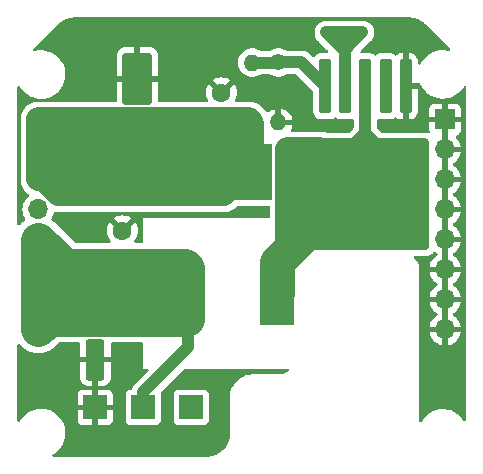
<source format=gbr>
%TF.GenerationSoftware,KiCad,Pcbnew,7.0.11*%
%TF.CreationDate,2025-01-20T01:33:53+09:00*%
%TF.ProjectId,VoltageBooster,566f6c74-6167-4654-926f-6f737465722e,rev?*%
%TF.SameCoordinates,Original*%
%TF.FileFunction,Copper,L1,Top*%
%TF.FilePolarity,Positive*%
%FSLAX46Y46*%
G04 Gerber Fmt 4.6, Leading zero omitted, Abs format (unit mm)*
G04 Created by KiCad (PCBNEW 7.0.11) date 2025-01-20 01:33:53*
%MOMM*%
%LPD*%
G01*
G04 APERTURE LIST*
G04 Aperture macros list*
%AMRoundRect*
0 Rectangle with rounded corners*
0 $1 Rounding radius*
0 $2 $3 $4 $5 $6 $7 $8 $9 X,Y pos of 4 corners*
0 Add a 4 corners polygon primitive as box body*
4,1,4,$2,$3,$4,$5,$6,$7,$8,$9,$2,$3,0*
0 Add four circle primitives for the rounded corners*
1,1,$1+$1,$2,$3*
1,1,$1+$1,$4,$5*
1,1,$1+$1,$6,$7*
1,1,$1+$1,$8,$9*
0 Add four rect primitives between the rounded corners*
20,1,$1+$1,$2,$3,$4,$5,0*
20,1,$1+$1,$4,$5,$6,$7,0*
20,1,$1+$1,$6,$7,$8,$9,0*
20,1,$1+$1,$8,$9,$2,$3,0*%
G04 Aperture macros list end*
%TA.AperFunction,SMDPad,CuDef*%
%ADD10RoundRect,0.250000X-0.550000X1.500000X-0.550000X-1.500000X0.550000X-1.500000X0.550000X1.500000X0*%
%TD*%
%TA.AperFunction,SMDPad,CuDef*%
%ADD11R,2.000000X2.000000*%
%TD*%
%TA.AperFunction,SMDPad,CuDef*%
%ADD12R,4.500000X4.700000*%
%TD*%
%TA.AperFunction,SMDPad,CuDef*%
%ADD13RoundRect,0.175000X0.325000X0.175000X-0.325000X0.175000X-0.325000X-0.175000X0.325000X-0.175000X0*%
%TD*%
%TA.AperFunction,SMDPad,CuDef*%
%ADD14RoundRect,0.162500X0.437500X0.162500X-0.437500X0.162500X-0.437500X-0.162500X0.437500X-0.162500X0*%
%TD*%
%TA.AperFunction,SMDPad,CuDef*%
%ADD15R,2.900000X5.400000*%
%TD*%
%TA.AperFunction,ComponentPad*%
%ADD16C,1.400000*%
%TD*%
%TA.AperFunction,ComponentPad*%
%ADD17O,1.400000X1.400000*%
%TD*%
%TA.AperFunction,SMDPad,CuDef*%
%ADD18RoundRect,0.250000X1.000000X-1.950000X1.000000X1.950000X-1.000000X1.950000X-1.000000X-1.950000X0*%
%TD*%
%TA.AperFunction,SMDPad,CuDef*%
%ADD19RoundRect,0.250000X-0.300000X2.050000X-0.300000X-2.050000X0.300000X-2.050000X0.300000X2.050000X0*%
%TD*%
%TA.AperFunction,SMDPad,CuDef*%
%ADD20RoundRect,0.250000X-2.375000X2.025000X-2.375000X-2.025000X2.375000X-2.025000X2.375000X2.025000X0*%
%TD*%
%TA.AperFunction,SMDPad,CuDef*%
%ADD21RoundRect,0.250002X-5.149998X4.449998X-5.149998X-4.449998X5.149998X-4.449998X5.149998X4.449998X0*%
%TD*%
%TA.AperFunction,ComponentPad*%
%ADD22R,1.700000X1.700000*%
%TD*%
%TA.AperFunction,ComponentPad*%
%ADD23O,1.700000X1.700000*%
%TD*%
%TA.AperFunction,ComponentPad*%
%ADD24C,1.600000*%
%TD*%
%TA.AperFunction,ViaPad*%
%ADD25C,0.800000*%
%TD*%
%TA.AperFunction,Conductor*%
%ADD26C,1.000000*%
%TD*%
%TA.AperFunction,Conductor*%
%ADD27C,3.000000*%
%TD*%
%TA.AperFunction,Conductor*%
%ADD28C,2.000000*%
%TD*%
G04 APERTURE END LIST*
D10*
%TO.P,C1,1*%
%TO.N,+12V*%
X139954000Y-104896000D03*
%TO.P,C1,2*%
%TO.N,GND*%
X139954000Y-110496000D03*
%TD*%
D11*
%TO.P,REF\u002A\u002A,1*%
%TO.N,+12V*%
X144018000Y-114554000D03*
%TD*%
D12*
%TO.P,D1,1,K*%
%TO.N,+48V*%
X152710000Y-94615000D03*
D13*
X150460000Y-96610000D03*
X150460000Y-95280000D03*
X150460000Y-93950000D03*
X150460000Y-92620000D03*
D14*
%TO.P,D1,2,A*%
%TO.N,Net-(D1-A)*%
X156210000Y-96520000D03*
X156210000Y-95250000D03*
X156210000Y-93980000D03*
X156210000Y-92710000D03*
%TD*%
D15*
%TO.P,L1,1,1*%
%TO.N,+12V*%
X145418000Y-104902000D03*
%TO.P,L1,2,2*%
%TO.N,Net-(D1-A)*%
X155318000Y-104902000D03*
%TD*%
D16*
%TO.P,R2,1*%
%TO.N,Net-(VR1-FB)*%
X155448000Y-85344000D03*
D17*
%TO.P,R2,2*%
%TO.N,GND*%
X155448000Y-90424000D03*
%TD*%
D18*
%TO.P,C4,1*%
%TO.N,+48V*%
X143510000Y-95132000D03*
%TO.P,C4,2*%
%TO.N,GND*%
X143510000Y-86732000D03*
%TD*%
D19*
%TO.P,VR1,1,GND*%
%TO.N,GND*%
X166214000Y-87370000D03*
%TO.P,VR1,2,EN*%
%TO.N,unconnected-(VR1-EN-Pad2)*%
X164514000Y-87370000D03*
%TO.P,VR1,3,SW*%
%TO.N,Net-(D1-A)*%
X162814000Y-87370000D03*
D20*
X165589000Y-94095000D03*
X160039000Y-94095000D03*
D21*
X162814000Y-96520000D03*
D20*
X165589000Y-98945000D03*
X160039000Y-98945000D03*
D19*
%TO.P,VR1,4,VIN*%
%TO.N,+12V*%
X161114000Y-87370000D03*
%TO.P,VR1,5,FB*%
%TO.N,Net-(VR1-FB)*%
X159414000Y-87370000D03*
%TD*%
D22*
%TO.P,J2,1,Pin_1*%
%TO.N,+12V*%
X135128000Y-107950000D03*
D23*
%TO.P,J2,2,Pin_2*%
X135128000Y-105410000D03*
%TO.P,J2,3,Pin_3*%
X135128000Y-102870000D03*
%TO.P,J2,4,Pin_4*%
X135128000Y-100330000D03*
%TO.P,J2,5,Pin_5*%
%TO.N,unconnected-(J2-Pin_5-Pad5)*%
X135128000Y-97790000D03*
%TO.P,J2,6,Pin_6*%
%TO.N,+48V*%
X135128000Y-95250000D03*
%TO.P,J2,7,Pin_7*%
X135128000Y-92710000D03*
%TO.P,J2,8,Pin_8*%
X135128000Y-90170000D03*
%TD*%
D24*
%TO.P,C3,1*%
%TO.N,+48V*%
X150622000Y-90404000D03*
%TO.P,C3,2*%
%TO.N,GND*%
X150622000Y-87904000D03*
%TD*%
D11*
%TO.P,REF\u002A\u002A,1*%
%TO.N,+48V*%
X148082000Y-114554000D03*
%TD*%
D22*
%TO.P,J1,1,Pin_1*%
%TO.N,GND*%
X169570000Y-90170000D03*
D23*
%TO.P,J1,2,Pin_2*%
X169570000Y-92710000D03*
%TO.P,J1,3,Pin_3*%
X169570000Y-95250000D03*
%TO.P,J1,4,Pin_4*%
X169570000Y-97790000D03*
%TO.P,J1,5,Pin_5*%
X169570000Y-100330000D03*
%TO.P,J1,6,Pin_6*%
X169570000Y-102870000D03*
%TO.P,J1,7,Pin_7*%
X169570000Y-105410000D03*
%TO.P,J1,8,Pin_8*%
X169570000Y-107950000D03*
%TD*%
D24*
%TO.P,C2,1*%
%TO.N,+12V*%
X142240000Y-102088000D03*
%TO.P,C2,2*%
%TO.N,GND*%
X142240000Y-99588000D03*
%TD*%
D16*
%TO.P,R1,1*%
%TO.N,+48V*%
X153238000Y-90429000D03*
D17*
%TO.P,R1,2*%
%TO.N,Net-(VR1-FB)*%
X153238000Y-85349000D03*
%TD*%
D11*
%TO.P,REF\u002A\u002A,1*%
%TO.N,GND*%
X139954000Y-114554000D03*
%TD*%
D25*
%TO.N,+12V*%
X161074000Y-82804000D03*
X147828000Y-107188000D03*
X147828000Y-103886000D03*
X162560000Y-82804000D03*
X159512000Y-82804000D03*
X147828000Y-102362000D03*
X147828000Y-105410000D03*
%TO.N,GND*%
X137970000Y-82930000D03*
X143530000Y-83230000D03*
X167900000Y-109260000D03*
X167770000Y-102190000D03*
X137200000Y-98610000D03*
X170670000Y-110020000D03*
X138040000Y-118030000D03*
X140180000Y-99430000D03*
X170760000Y-114310000D03*
X167560000Y-90700000D03*
X153210000Y-87810000D03*
X161130000Y-90730000D03*
X164230000Y-84090000D03*
X141986000Y-112522000D03*
X141900000Y-109590000D03*
X167790000Y-88670000D03*
X169310000Y-111980000D03*
X138030000Y-109690000D03*
X164440000Y-90710000D03*
X167890000Y-114290000D03*
X170860000Y-88460000D03*
X157260000Y-90440000D03*
X137710000Y-88100000D03*
X140890000Y-86760000D03*
X145780000Y-88030000D03*
X157820000Y-87990000D03*
X168630000Y-83710000D03*
X148990000Y-82210000D03*
X164460000Y-82140000D03*
X133940000Y-110310000D03*
X151340000Y-86000000D03*
X155420000Y-87820000D03*
%TO.N,+48V*%
X148110000Y-114570000D03*
%TD*%
D26*
%TO.N,+12V*%
X144018000Y-113284000D02*
X147828000Y-109474000D01*
D27*
X147686000Y-107046000D02*
X136032000Y-107046000D01*
X135128000Y-102870000D02*
X135128000Y-107950000D01*
D26*
X161798000Y-83566000D02*
X162560000Y-82804000D01*
D27*
X137922000Y-104902000D02*
X145418000Y-104902000D01*
D26*
X160274000Y-83566000D02*
X161798000Y-83566000D01*
X159512000Y-82804000D02*
X161114000Y-84406000D01*
X159512000Y-82804000D02*
X160274000Y-83566000D01*
D27*
X137668000Y-105156000D02*
X137922000Y-104902000D01*
X137384000Y-102596000D02*
X147554000Y-102596000D01*
D26*
X161114000Y-84250000D02*
X161798000Y-83566000D01*
X159512000Y-82804000D02*
X162560000Y-82804000D01*
X147828000Y-109474000D02*
X147828000Y-107188000D01*
D27*
X135128000Y-102870000D02*
X137414000Y-105156000D01*
X135128000Y-102870000D02*
X135128000Y-100340000D01*
X135128000Y-100340000D02*
X137384000Y-102596000D01*
X136032000Y-107046000D02*
X135128000Y-107950000D01*
D26*
X161114000Y-87370000D02*
X161114000Y-84250000D01*
D27*
X137414000Y-105156000D02*
X137668000Y-105156000D01*
D26*
X144018000Y-114554000D02*
X144018000Y-113284000D01*
X161114000Y-84406000D02*
X161114000Y-87370000D01*
D27*
X147686000Y-102728000D02*
X147686000Y-107046000D01*
X147554000Y-102596000D02*
X147686000Y-102728000D01*
D28*
%TO.N,+48V*%
X151638000Y-91694000D02*
X151638000Y-93543000D01*
X150805000Y-96520000D02*
X152710000Y-94615000D01*
X136144000Y-91694000D02*
X151638000Y-91694000D01*
D26*
X150647000Y-90429000D02*
X150622000Y-90404000D01*
D28*
X135128000Y-93980000D02*
X135763000Y-94615000D01*
X135128000Y-92710000D02*
X136144000Y-91694000D01*
X135128000Y-90170000D02*
X152979000Y-90170000D01*
X135128000Y-95250000D02*
X137758000Y-92620000D01*
X151638000Y-93543000D02*
X152710000Y-94615000D01*
X135763000Y-94615000D02*
X152710000Y-94615000D01*
X152710000Y-94615000D02*
X153238000Y-94087000D01*
X137758000Y-92620000D02*
X150460000Y-92620000D01*
X153238000Y-94087000D02*
X153238000Y-90429000D01*
X136757138Y-96520000D02*
X150805000Y-96520000D01*
D26*
X153238000Y-90429000D02*
X150647000Y-90429000D01*
D28*
X135128000Y-95250000D02*
X135487138Y-95250000D01*
D26*
X150460000Y-96610000D02*
X150460000Y-90566000D01*
D28*
X152979000Y-90170000D02*
X153238000Y-90429000D01*
D26*
X150460000Y-90566000D02*
X150622000Y-90404000D01*
D28*
X135487138Y-95250000D02*
X136757138Y-96520000D01*
X135128000Y-95250000D02*
X135128000Y-93980000D01*
X135128000Y-93980000D02*
X135128000Y-90170000D01*
%TO.N,Net-(D1-A)*%
X157226000Y-92710000D02*
X159004000Y-92710000D01*
X156210000Y-92710000D02*
X157226000Y-92710000D01*
D26*
X162814000Y-91320000D02*
X160039000Y-94095000D01*
D28*
X157480000Y-97028000D02*
X156210000Y-98298000D01*
D27*
X156406119Y-101149886D02*
X156406139Y-101149856D01*
X156406139Y-101149856D02*
X158610995Y-98945000D01*
D28*
X157226000Y-92710000D02*
X157480000Y-92964000D01*
D27*
X158610995Y-98945000D02*
X160039000Y-98945000D01*
X155318000Y-102238005D02*
X156406119Y-101149886D01*
D28*
X156210000Y-100953717D02*
X156406139Y-101149856D01*
X157480000Y-92964000D02*
X157480000Y-97028000D01*
D26*
X162814000Y-91320000D02*
X165589000Y-94095000D01*
D28*
X156210000Y-101346005D02*
X155318000Y-102238005D01*
D26*
X162814000Y-87370000D02*
X162814000Y-91320000D01*
D28*
X156210000Y-96520000D02*
X156210000Y-101346005D01*
D27*
X160039000Y-98945000D02*
X160039000Y-94095000D01*
D28*
X159004000Y-92710000D02*
X162814000Y-96520000D01*
X156210000Y-92710000D02*
X156210000Y-96520000D01*
X156210000Y-98298000D02*
X156210000Y-100953717D01*
D27*
X155318000Y-104902000D02*
X155318000Y-102238005D01*
D26*
%TO.N,Net-(VR1-FB)*%
X153238000Y-85349000D02*
X155443000Y-85349000D01*
X155443000Y-85349000D02*
X155448000Y-85344000D01*
X157388000Y-85344000D02*
X159414000Y-87370000D01*
X155448000Y-85344000D02*
X157388000Y-85344000D01*
%TD*%
%TA.AperFunction,Conductor*%
%TO.N,GND*%
G36*
X138597039Y-109066185D02*
G01*
X138642794Y-109118989D01*
X138654000Y-109170500D01*
X138654000Y-110246000D01*
X141253999Y-110246000D01*
X141253999Y-109170500D01*
X141273684Y-109103461D01*
X141326488Y-109057706D01*
X141377999Y-109046500D01*
X143887639Y-109046500D01*
X143954678Y-109066185D01*
X144000433Y-109118989D01*
X144011638Y-109170595D01*
X144010000Y-111260000D01*
X144327718Y-111260000D01*
X144394757Y-111279685D01*
X144440512Y-111332489D01*
X144450456Y-111401647D01*
X144421431Y-111465203D01*
X144415399Y-111471681D01*
X143320646Y-112566432D01*
X143318399Y-112568624D01*
X143254946Y-112628942D01*
X143221245Y-112677361D01*
X143215574Y-112684882D01*
X143178302Y-112730592D01*
X143178298Y-112730598D01*
X143164209Y-112757568D01*
X143156082Y-112770983D01*
X143138702Y-112795955D01*
X143115438Y-112850165D01*
X143111398Y-112858672D01*
X143084090Y-112910951D01*
X143084090Y-112910952D01*
X143075720Y-112940201D01*
X143070458Y-112954981D01*
X143059586Y-112980317D01*
X143015060Y-113034162D01*
X142958888Y-113054709D01*
X142910516Y-113059909D01*
X142775671Y-113110202D01*
X142775664Y-113110206D01*
X142660455Y-113196452D01*
X142660452Y-113196455D01*
X142574206Y-113311664D01*
X142574202Y-113311671D01*
X142523908Y-113446517D01*
X142519859Y-113484184D01*
X142517501Y-113506123D01*
X142517500Y-113506135D01*
X142517500Y-115601870D01*
X142517501Y-115601876D01*
X142523908Y-115661483D01*
X142574202Y-115796328D01*
X142574206Y-115796335D01*
X142660452Y-115911544D01*
X142660455Y-115911547D01*
X142775664Y-115997793D01*
X142775671Y-115997797D01*
X142910517Y-116048091D01*
X142910516Y-116048091D01*
X142917444Y-116048835D01*
X142970127Y-116054500D01*
X145065872Y-116054499D01*
X145125483Y-116048091D01*
X145260331Y-115997796D01*
X145375546Y-115911546D01*
X145461796Y-115796331D01*
X145512091Y-115661483D01*
X145518500Y-115601873D01*
X145518500Y-115601870D01*
X146581500Y-115601870D01*
X146581501Y-115601876D01*
X146587908Y-115661483D01*
X146638202Y-115796328D01*
X146638206Y-115796335D01*
X146724452Y-115911544D01*
X146724455Y-115911547D01*
X146839664Y-115997793D01*
X146839671Y-115997797D01*
X146974517Y-116048091D01*
X146974516Y-116048091D01*
X146981444Y-116048835D01*
X147034127Y-116054500D01*
X149129872Y-116054499D01*
X149189483Y-116048091D01*
X149324331Y-115997796D01*
X149439546Y-115911546D01*
X149525796Y-115796331D01*
X149576091Y-115661483D01*
X149582500Y-115601873D01*
X149582499Y-113506128D01*
X149576091Y-113446517D01*
X149538283Y-113345149D01*
X149525797Y-113311671D01*
X149525793Y-113311664D01*
X149439547Y-113196455D01*
X149439544Y-113196452D01*
X149324335Y-113110206D01*
X149324328Y-113110202D01*
X149189482Y-113059908D01*
X149189483Y-113059908D01*
X149129883Y-113053501D01*
X149129881Y-113053500D01*
X149129873Y-113053500D01*
X149129864Y-113053500D01*
X147034129Y-113053500D01*
X147034123Y-113053501D01*
X146974516Y-113059908D01*
X146839671Y-113110202D01*
X146839664Y-113110206D01*
X146724455Y-113196452D01*
X146724452Y-113196455D01*
X146638206Y-113311664D01*
X146638202Y-113311671D01*
X146587908Y-113446517D01*
X146583859Y-113484184D01*
X146581501Y-113506123D01*
X146581500Y-113506135D01*
X146581500Y-115601870D01*
X145518500Y-115601870D01*
X145518499Y-113506128D01*
X145512091Y-113446517D01*
X145474282Y-113345148D01*
X145469299Y-113275458D01*
X145502782Y-113214137D01*
X147420602Y-111296319D01*
X147481925Y-111262834D01*
X147508283Y-111260000D01*
X156252586Y-111260000D01*
X156319625Y-111279685D01*
X156365380Y-111332489D01*
X156375324Y-111401647D01*
X156346299Y-111465203D01*
X156312013Y-111492831D01*
X156290423Y-111504621D01*
X156265229Y-111518378D01*
X156260648Y-111520757D01*
X156164463Y-111568191D01*
X156157070Y-111571540D01*
X156115859Y-111588610D01*
X156111741Y-111590231D01*
X156011139Y-111627754D01*
X156007664Y-111628991D01*
X155911104Y-111661769D01*
X155901912Y-111664498D01*
X155845714Y-111678842D01*
X155841405Y-111679860D01*
X155740484Y-111701814D01*
X155738319Y-111702265D01*
X155670645Y-111715727D01*
X155668467Y-111716140D01*
X155638635Y-111721522D01*
X155629864Y-111722783D01*
X155565434Y-111729704D01*
X155561022Y-111730098D01*
X155430177Y-111739441D01*
X155429454Y-111739491D01*
X155364666Y-111743737D01*
X155363195Y-111743824D01*
X155352190Y-111744414D01*
X155347775Y-111744572D01*
X155345708Y-111744609D01*
X155343508Y-111744648D01*
X155341314Y-111744668D01*
X153337959Y-111744668D01*
X153337632Y-111744700D01*
X153218882Y-111744700D01*
X153218876Y-111744700D01*
X153218872Y-111744701D01*
X152958898Y-111778927D01*
X152958891Y-111778928D01*
X152958888Y-111778929D01*
X152705587Y-111846800D01*
X152705577Y-111846803D01*
X152463318Y-111947150D01*
X152463313Y-111947152D01*
X152236211Y-112078267D01*
X152236207Y-112078270D01*
X152028162Y-112237906D01*
X152028155Y-112237912D01*
X151842733Y-112423330D01*
X151842726Y-112423339D01*
X151683090Y-112631377D01*
X151683086Y-112631383D01*
X151572254Y-112823345D01*
X151554273Y-112854490D01*
X151551966Y-112858485D01*
X151551960Y-112858495D01*
X151451611Y-113100752D01*
X151451607Y-113100761D01*
X151383737Y-113354046D01*
X151383734Y-113354062D01*
X151349502Y-113614042D01*
X151349501Y-113614055D01*
X151349500Y-113745069D01*
X151349500Y-116723792D01*
X151349480Y-116726026D01*
X151349402Y-116730354D01*
X151349244Y-116734763D01*
X151348781Y-116743393D01*
X151348694Y-116744859D01*
X151344032Y-116815998D01*
X151343981Y-116816734D01*
X151334905Y-116943653D01*
X151334511Y-116948061D01*
X151327589Y-117012455D01*
X151326328Y-117021221D01*
X151320990Y-117050804D01*
X151320579Y-117052975D01*
X151307059Y-117120949D01*
X151306608Y-117123115D01*
X151284662Y-117224007D01*
X151283643Y-117228319D01*
X151269308Y-117284479D01*
X151266580Y-117293668D01*
X151233789Y-117390270D01*
X151232551Y-117393746D01*
X151195040Y-117494319D01*
X151193420Y-117498436D01*
X151176353Y-117539642D01*
X151173003Y-117547036D01*
X151125567Y-117643226D01*
X151123188Y-117647807D01*
X151067862Y-117749134D01*
X151065669Y-117752986D01*
X151050249Y-117778973D01*
X151046712Y-117784586D01*
X150984389Y-117877861D01*
X150980554Y-117883281D01*
X150905705Y-117983269D01*
X150902987Y-117986768D01*
X150894206Y-117997664D01*
X150890885Y-118001613D01*
X150812877Y-118090565D01*
X150807330Y-118096488D01*
X150713901Y-118189918D01*
X150707978Y-118195465D01*
X150619015Y-118273484D01*
X150615066Y-118276804D01*
X150604184Y-118285574D01*
X150600684Y-118288293D01*
X150500688Y-118363149D01*
X150495269Y-118366984D01*
X150402001Y-118429304D01*
X150396386Y-118432842D01*
X150370422Y-118448248D01*
X150366572Y-118450441D01*
X150265216Y-118505784D01*
X150260634Y-118508163D01*
X150164456Y-118555593D01*
X150157068Y-118558941D01*
X150115863Y-118576010D01*
X150111741Y-118577632D01*
X150011146Y-118615152D01*
X150007671Y-118616389D01*
X149911102Y-118649170D01*
X149901910Y-118651899D01*
X149845712Y-118666243D01*
X149841403Y-118667261D01*
X149740518Y-118689207D01*
X149738352Y-118689658D01*
X149670555Y-118703144D01*
X149668379Y-118703557D01*
X149638625Y-118708925D01*
X149629859Y-118710185D01*
X149565477Y-118717104D01*
X149561066Y-118717499D01*
X149432111Y-118726715D01*
X149431381Y-118726765D01*
X149363449Y-118731217D01*
X149361979Y-118731304D01*
X149352187Y-118731829D01*
X149347775Y-118731987D01*
X149345680Y-118732024D01*
X149343456Y-118732064D01*
X149341261Y-118732084D01*
X136440835Y-118732084D01*
X136373796Y-118712399D01*
X136328041Y-118659595D01*
X136318097Y-118590437D01*
X136347122Y-118526881D01*
X136382621Y-118498598D01*
X136420358Y-118478532D01*
X136449253Y-118463169D01*
X136681254Y-118294610D01*
X136887539Y-118095403D01*
X137064093Y-117869425D01*
X137207477Y-117621075D01*
X137314903Y-117355187D01*
X137384279Y-117076935D01*
X137414255Y-116791736D01*
X137412265Y-116734763D01*
X137404247Y-116505144D01*
X137404246Y-116505137D01*
X137354450Y-116222728D01*
X137265833Y-115949994D01*
X137265831Y-115949989D01*
X137140125Y-115692254D01*
X137140123Y-115692251D01*
X137140121Y-115692247D01*
X136979762Y-115454504D01*
X136805883Y-115261392D01*
X136787879Y-115241396D01*
X136787872Y-115241389D01*
X136568202Y-115057063D01*
X136325006Y-114905097D01*
X136325004Y-114905096D01*
X136097942Y-114804000D01*
X138454000Y-114804000D01*
X138454000Y-115601844D01*
X138460401Y-115661372D01*
X138460403Y-115661379D01*
X138510645Y-115796086D01*
X138510649Y-115796093D01*
X138596809Y-115911187D01*
X138596812Y-115911190D01*
X138711906Y-115997350D01*
X138711913Y-115997354D01*
X138846620Y-116047596D01*
X138846627Y-116047598D01*
X138906155Y-116053999D01*
X138906172Y-116054000D01*
X139704000Y-116054000D01*
X139704000Y-114804000D01*
X140204000Y-114804000D01*
X140204000Y-116054000D01*
X141001828Y-116054000D01*
X141001844Y-116053999D01*
X141061372Y-116047598D01*
X141061379Y-116047596D01*
X141196086Y-115997354D01*
X141196093Y-115997350D01*
X141311187Y-115911190D01*
X141311190Y-115911187D01*
X141397350Y-115796093D01*
X141397354Y-115796086D01*
X141447596Y-115661379D01*
X141447598Y-115661372D01*
X141453999Y-115601844D01*
X141454000Y-115601827D01*
X141454000Y-114804000D01*
X140204000Y-114804000D01*
X139704000Y-114804000D01*
X138454000Y-114804000D01*
X136097942Y-114804000D01*
X136063037Y-114788459D01*
X136063027Y-114788456D01*
X136063025Y-114788455D01*
X135787364Y-114709411D01*
X135787362Y-114709410D01*
X135787353Y-114709408D01*
X135503389Y-114669500D01*
X135503385Y-114669500D01*
X135288396Y-114669500D01*
X135288383Y-114669500D01*
X135073925Y-114684497D01*
X135073921Y-114684497D01*
X134793427Y-114744119D01*
X134523954Y-114842199D01*
X134270752Y-114976827D01*
X134270745Y-114976832D01*
X134038753Y-115145383D01*
X134038746Y-115145389D01*
X133832459Y-115344599D01*
X133655907Y-115570574D01*
X133581887Y-115698782D01*
X133531320Y-115746997D01*
X133462713Y-115760221D01*
X133397849Y-115734253D01*
X133357320Y-115677339D01*
X133350500Y-115636782D01*
X133350500Y-114304000D01*
X138454000Y-114304000D01*
X139704000Y-114304000D01*
X139704000Y-113054000D01*
X140204000Y-113054000D01*
X140204000Y-114304000D01*
X141454000Y-114304000D01*
X141454000Y-113506172D01*
X141453999Y-113506155D01*
X141447598Y-113446627D01*
X141447596Y-113446620D01*
X141397354Y-113311913D01*
X141397350Y-113311906D01*
X141311190Y-113196812D01*
X141311187Y-113196809D01*
X141196093Y-113110649D01*
X141196086Y-113110645D01*
X141061379Y-113060403D01*
X141061372Y-113060401D01*
X141001844Y-113054000D01*
X140204000Y-113054000D01*
X139704000Y-113054000D01*
X138906155Y-113054000D01*
X138846627Y-113060401D01*
X138846620Y-113060403D01*
X138711913Y-113110645D01*
X138711906Y-113110649D01*
X138596812Y-113196809D01*
X138596809Y-113196812D01*
X138510649Y-113311906D01*
X138510645Y-113311913D01*
X138460403Y-113446620D01*
X138460401Y-113446627D01*
X138454000Y-113506155D01*
X138454000Y-114304000D01*
X133350500Y-114304000D01*
X133350500Y-110746000D01*
X138654001Y-110746000D01*
X138654001Y-112045986D01*
X138664494Y-112148697D01*
X138719641Y-112315119D01*
X138719643Y-112315124D01*
X138811684Y-112464345D01*
X138935654Y-112588315D01*
X139084875Y-112680356D01*
X139084880Y-112680358D01*
X139251302Y-112735505D01*
X139251309Y-112735506D01*
X139354019Y-112745999D01*
X139703999Y-112745999D01*
X139704000Y-112745998D01*
X139704000Y-110746000D01*
X140204000Y-110746000D01*
X140204000Y-112745999D01*
X140553972Y-112745999D01*
X140553986Y-112745998D01*
X140656697Y-112735505D01*
X140823119Y-112680358D01*
X140823124Y-112680356D01*
X140972345Y-112588315D01*
X141096315Y-112464345D01*
X141188356Y-112315124D01*
X141188358Y-112315119D01*
X141243505Y-112148697D01*
X141243506Y-112148690D01*
X141253999Y-112045986D01*
X141254000Y-112045973D01*
X141254000Y-110746000D01*
X140204000Y-110746000D01*
X139704000Y-110746000D01*
X138654001Y-110746000D01*
X133350500Y-110746000D01*
X133350500Y-109286282D01*
X133370185Y-109219243D01*
X133422989Y-109173488D01*
X133492147Y-109163544D01*
X133555703Y-109192569D01*
X133573760Y-109211964D01*
X133612261Y-109263395D01*
X133612267Y-109263401D01*
X133612272Y-109263407D01*
X133659776Y-109310910D01*
X133665809Y-109317389D01*
X133709819Y-109368180D01*
X133760609Y-109412189D01*
X133767088Y-109418222D01*
X133814596Y-109465731D01*
X133814612Y-109465745D01*
X133868404Y-109506013D01*
X133875297Y-109511567D01*
X133926083Y-109555574D01*
X133982621Y-109591909D01*
X133989891Y-109596957D01*
X134043682Y-109637224D01*
X134043685Y-109637226D01*
X134102667Y-109669432D01*
X134110272Y-109673945D01*
X134166808Y-109710279D01*
X134166819Y-109710285D01*
X134227944Y-109738200D01*
X134235860Y-109742161D01*
X134294839Y-109774367D01*
X134294846Y-109774369D01*
X134294847Y-109774370D01*
X134357806Y-109797852D01*
X134365975Y-109801235D01*
X134417336Y-109824691D01*
X134427114Y-109829157D01*
X134447750Y-109835215D01*
X134491594Y-109848089D01*
X134499969Y-109850876D01*
X134562954Y-109874369D01*
X134571781Y-109876289D01*
X134628635Y-109888657D01*
X134637210Y-109890845D01*
X134701678Y-109909775D01*
X134768193Y-109919338D01*
X134776871Y-109920903D01*
X134842572Y-109935196D01*
X134909615Y-109939990D01*
X134918384Y-109940933D01*
X134984921Y-109950500D01*
X135052124Y-109950500D01*
X135060970Y-109950816D01*
X135127999Y-109955610D01*
X135128000Y-109955610D01*
X135128001Y-109955610D01*
X135195030Y-109950816D01*
X135203876Y-109950500D01*
X135271076Y-109950500D01*
X135271079Y-109950500D01*
X135337614Y-109940933D01*
X135346385Y-109939990D01*
X135413428Y-109935196D01*
X135479127Y-109920903D01*
X135487805Y-109919338D01*
X135554322Y-109909775D01*
X135601369Y-109895959D01*
X135618786Y-109890846D01*
X135627351Y-109888658D01*
X135693046Y-109874369D01*
X135756030Y-109850876D01*
X135764395Y-109848092D01*
X135828888Y-109829156D01*
X135890047Y-109801224D01*
X135898156Y-109797865D01*
X135961161Y-109774367D01*
X136020150Y-109742155D01*
X136028041Y-109738205D01*
X136089187Y-109710282D01*
X136145738Y-109673937D01*
X136153321Y-109669437D01*
X136212315Y-109637226D01*
X136266114Y-109596950D01*
X136273377Y-109591909D01*
X136329917Y-109555574D01*
X136380710Y-109511560D01*
X136387596Y-109506012D01*
X136403932Y-109493782D01*
X136441395Y-109465739D01*
X136643739Y-109263395D01*
X136824315Y-109082819D01*
X136885638Y-109049334D01*
X136911996Y-109046500D01*
X138530000Y-109046500D01*
X138597039Y-109066185D01*
G37*
%TD.AperFunction*%
%TA.AperFunction,Conductor*%
G36*
X166523836Y-81532220D02*
G01*
X166526530Y-81532352D01*
X166526798Y-81532366D01*
X166574540Y-81535046D01*
X166575126Y-81535082D01*
X166715243Y-81544264D01*
X166719236Y-81544591D01*
X166776578Y-81550238D01*
X166785167Y-81551390D01*
X166859544Y-81564026D01*
X166862824Y-81564630D01*
X166972967Y-81586537D01*
X166976884Y-81587383D01*
X167013789Y-81595988D01*
X167019902Y-81597580D01*
X167103236Y-81621587D01*
X167108720Y-81623306D01*
X167222982Y-81662091D01*
X167226752Y-81663440D01*
X167241358Y-81668937D01*
X167245088Y-81670411D01*
X167326020Y-81703933D01*
X167329703Y-81705530D01*
X167343882Y-81711954D01*
X167347528Y-81713678D01*
X167455719Y-81767029D01*
X167460851Y-81769710D01*
X167533599Y-81809915D01*
X167536748Y-81811655D01*
X167542206Y-81814857D01*
X167574380Y-81834863D01*
X167577743Y-81837032D01*
X167602616Y-81853651D01*
X167657304Y-81890191D01*
X167671074Y-81899391D01*
X167673938Y-81901364D01*
X167735344Y-81944932D01*
X167742262Y-81950215D01*
X167786852Y-81986814D01*
X167789948Y-81989441D01*
X167897016Y-82083353D01*
X167897874Y-82084113D01*
X167928575Y-82111548D01*
X167929152Y-82112066D01*
X167933689Y-82116179D01*
X167938075Y-82120356D01*
X169175128Y-83357409D01*
X169970768Y-84153048D01*
X170004253Y-84214371D01*
X169999269Y-84284063D01*
X169957397Y-84339996D01*
X169891933Y-84364413D01*
X169848909Y-84359926D01*
X169833874Y-84355615D01*
X169777364Y-84339411D01*
X169777360Y-84339410D01*
X169777355Y-84339409D01*
X169493389Y-84299500D01*
X169493385Y-84299500D01*
X169278396Y-84299500D01*
X169278383Y-84299500D01*
X169063925Y-84314497D01*
X169063921Y-84314497D01*
X168783427Y-84374119D01*
X168513954Y-84472199D01*
X168513950Y-84472200D01*
X168513950Y-84472201D01*
X168495143Y-84482201D01*
X168260752Y-84606827D01*
X168260745Y-84606832D01*
X168028753Y-84775383D01*
X168028746Y-84775389D01*
X167822459Y-84974599D01*
X167645907Y-85200574D01*
X167502525Y-85448920D01*
X167500622Y-85452823D01*
X167499458Y-85452255D01*
X167459602Y-85502604D01*
X167393503Y-85525245D01*
X167325656Y-85508555D01*
X167277602Y-85457834D01*
X167263999Y-85401367D01*
X167263999Y-85270028D01*
X167263998Y-85270013D01*
X167253505Y-85167302D01*
X167198358Y-85000880D01*
X167198356Y-85000875D01*
X167106315Y-84851654D01*
X166982345Y-84727684D01*
X166833124Y-84635643D01*
X166833119Y-84635641D01*
X166666697Y-84580494D01*
X166666690Y-84580493D01*
X166563986Y-84570000D01*
X166464000Y-84570000D01*
X166464000Y-87120000D01*
X167265514Y-87120000D01*
X167323495Y-87088339D01*
X167393187Y-87093323D01*
X167449121Y-87135193D01*
X167461305Y-87155146D01*
X167508307Y-87251512D01*
X167569879Y-87377753D01*
X167730238Y-87615496D01*
X167739242Y-87625496D01*
X167922120Y-87828603D01*
X167922127Y-87828610D01*
X168141797Y-88012936D01*
X168141801Y-88012939D01*
X168141803Y-88012940D01*
X168384998Y-88164905D01*
X168504823Y-88218255D01*
X168646962Y-88281540D01*
X168646967Y-88281541D01*
X168646975Y-88281545D01*
X168922636Y-88360589D01*
X168922641Y-88360589D01*
X168922646Y-88360591D01*
X169111955Y-88387196D01*
X169206610Y-88400499D01*
X169206612Y-88400500D01*
X169206615Y-88400500D01*
X169421592Y-88400500D01*
X169421604Y-88400500D01*
X169636071Y-88385503D01*
X169636076Y-88385502D01*
X169636078Y-88385502D01*
X169757663Y-88359657D01*
X169916575Y-88325880D01*
X170186050Y-88227799D01*
X170439253Y-88093169D01*
X170671254Y-87924610D01*
X170877539Y-87725403D01*
X171054093Y-87499425D01*
X171118113Y-87388537D01*
X171168679Y-87340323D01*
X171237286Y-87327099D01*
X171302151Y-87353067D01*
X171342680Y-87409981D01*
X171349500Y-87450538D01*
X171349500Y-115602252D01*
X171329815Y-115669291D01*
X171277011Y-115715046D01*
X171207853Y-115724990D01*
X171144297Y-115695965D01*
X171122699Y-115671592D01*
X171115810Y-115661379D01*
X170989762Y-115474504D01*
X170797875Y-115261392D01*
X170797872Y-115261389D01*
X170578202Y-115077063D01*
X170335006Y-114925097D01*
X170335004Y-114925096D01*
X170073037Y-114808459D01*
X170073027Y-114808456D01*
X170073025Y-114808455D01*
X169797364Y-114729411D01*
X169797362Y-114729410D01*
X169797353Y-114729408D01*
X169513389Y-114689500D01*
X169513385Y-114689500D01*
X169298396Y-114689500D01*
X169298383Y-114689500D01*
X169083925Y-114704497D01*
X169083921Y-114704497D01*
X168803427Y-114764119D01*
X168533954Y-114862199D01*
X168280752Y-114996827D01*
X168280745Y-114996832D01*
X168048753Y-115165383D01*
X168048746Y-115165389D01*
X167842459Y-115364599D01*
X167665907Y-115590574D01*
X167581887Y-115736102D01*
X167531320Y-115784318D01*
X167462713Y-115797541D01*
X167397848Y-115771573D01*
X167357320Y-115714658D01*
X167350500Y-115674102D01*
X167350500Y-102896418D01*
X167352351Y-102890110D01*
X167350537Y-102816195D01*
X167350500Y-102813151D01*
X167350500Y-102796561D01*
X167350533Y-102796445D01*
X167350529Y-102657637D01*
X167350529Y-102657636D01*
X167343892Y-102620000D01*
X167320125Y-102485228D01*
X167260244Y-102320721D01*
X167172707Y-102169110D01*
X167060174Y-102035003D01*
X166946342Y-101939489D01*
X166907640Y-101881319D01*
X166906530Y-101811458D01*
X166943366Y-101752087D01*
X167006453Y-101722057D01*
X167026044Y-101720499D01*
X168014008Y-101720499D01*
X168116797Y-101709999D01*
X168283334Y-101654814D01*
X168432656Y-101562712D01*
X168556712Y-101438656D01*
X168560996Y-101431709D01*
X168612942Y-101384986D01*
X168681904Y-101373763D01*
X168737658Y-101395233D01*
X168885031Y-101498426D01*
X168928656Y-101553003D01*
X168935848Y-101622501D01*
X168904326Y-101684856D01*
X168885031Y-101701575D01*
X168698922Y-101831890D01*
X168698920Y-101831891D01*
X168531891Y-101998920D01*
X168531886Y-101998926D01*
X168396400Y-102192420D01*
X168396399Y-102192422D01*
X168296570Y-102406507D01*
X168296567Y-102406513D01*
X168239364Y-102619999D01*
X168239364Y-102620000D01*
X169136314Y-102620000D01*
X169110507Y-102660156D01*
X169070000Y-102798111D01*
X169070000Y-102941889D01*
X169110507Y-103079844D01*
X169136314Y-103120000D01*
X168239364Y-103120000D01*
X168296567Y-103333486D01*
X168296570Y-103333492D01*
X168396399Y-103547578D01*
X168531894Y-103741082D01*
X168698917Y-103908105D01*
X168885031Y-104038425D01*
X168928656Y-104093003D01*
X168935848Y-104162501D01*
X168904326Y-104224856D01*
X168885031Y-104241575D01*
X168698922Y-104371890D01*
X168698920Y-104371891D01*
X168531891Y-104538920D01*
X168531886Y-104538926D01*
X168396400Y-104732420D01*
X168396399Y-104732422D01*
X168296570Y-104946507D01*
X168296567Y-104946513D01*
X168239364Y-105159999D01*
X168239364Y-105160000D01*
X169136314Y-105160000D01*
X169110507Y-105200156D01*
X169070000Y-105338111D01*
X169070000Y-105481889D01*
X169110507Y-105619844D01*
X169136314Y-105660000D01*
X168239364Y-105660000D01*
X168296567Y-105873486D01*
X168296570Y-105873492D01*
X168396399Y-106087578D01*
X168531894Y-106281082D01*
X168698917Y-106448105D01*
X168885031Y-106578425D01*
X168928656Y-106633003D01*
X168935848Y-106702501D01*
X168904326Y-106764856D01*
X168885031Y-106781575D01*
X168698922Y-106911890D01*
X168698920Y-106911891D01*
X168531891Y-107078920D01*
X168531886Y-107078926D01*
X168396400Y-107272420D01*
X168396399Y-107272422D01*
X168296570Y-107486507D01*
X168296567Y-107486513D01*
X168239364Y-107699999D01*
X168239364Y-107700000D01*
X169136314Y-107700000D01*
X169110507Y-107740156D01*
X169070000Y-107878111D01*
X169070000Y-108021889D01*
X169110507Y-108159844D01*
X169136314Y-108200000D01*
X168239364Y-108200000D01*
X168296567Y-108413486D01*
X168296570Y-108413492D01*
X168396399Y-108627578D01*
X168531894Y-108821082D01*
X168698917Y-108988105D01*
X168892421Y-109123600D01*
X169106507Y-109223429D01*
X169106516Y-109223433D01*
X169320000Y-109280634D01*
X169320000Y-108385501D01*
X169427685Y-108434680D01*
X169534237Y-108450000D01*
X169605763Y-108450000D01*
X169712315Y-108434680D01*
X169820000Y-108385501D01*
X169820000Y-109280633D01*
X170033483Y-109223433D01*
X170033492Y-109223429D01*
X170247578Y-109123600D01*
X170441082Y-108988105D01*
X170608105Y-108821082D01*
X170743600Y-108627578D01*
X170843429Y-108413492D01*
X170843432Y-108413486D01*
X170900636Y-108200000D01*
X170003686Y-108200000D01*
X170029493Y-108159844D01*
X170070000Y-108021889D01*
X170070000Y-107878111D01*
X170029493Y-107740156D01*
X170003686Y-107700000D01*
X170900636Y-107700000D01*
X170900635Y-107699999D01*
X170843432Y-107486513D01*
X170843429Y-107486507D01*
X170743600Y-107272422D01*
X170743599Y-107272420D01*
X170608113Y-107078926D01*
X170608108Y-107078920D01*
X170441082Y-106911894D01*
X170254968Y-106781575D01*
X170211344Y-106726998D01*
X170204151Y-106657499D01*
X170235673Y-106595145D01*
X170254968Y-106578425D01*
X170441082Y-106448105D01*
X170608105Y-106281082D01*
X170743600Y-106087578D01*
X170843429Y-105873492D01*
X170843432Y-105873486D01*
X170900636Y-105660000D01*
X170003686Y-105660000D01*
X170029493Y-105619844D01*
X170070000Y-105481889D01*
X170070000Y-105338111D01*
X170029493Y-105200156D01*
X170003686Y-105160000D01*
X170900636Y-105160000D01*
X170900635Y-105159999D01*
X170843432Y-104946513D01*
X170843429Y-104946507D01*
X170743600Y-104732422D01*
X170743599Y-104732420D01*
X170608113Y-104538926D01*
X170608108Y-104538920D01*
X170441082Y-104371894D01*
X170254968Y-104241575D01*
X170211344Y-104186998D01*
X170204151Y-104117499D01*
X170235673Y-104055145D01*
X170254968Y-104038425D01*
X170441082Y-103908105D01*
X170608105Y-103741082D01*
X170743600Y-103547578D01*
X170843429Y-103333492D01*
X170843432Y-103333486D01*
X170900636Y-103120000D01*
X170003686Y-103120000D01*
X170029493Y-103079844D01*
X170070000Y-102941889D01*
X170070000Y-102798111D01*
X170029493Y-102660156D01*
X170003686Y-102620000D01*
X170900636Y-102620000D01*
X170900635Y-102619999D01*
X170843432Y-102406513D01*
X170843429Y-102406507D01*
X170743600Y-102192422D01*
X170743599Y-102192420D01*
X170608113Y-101998926D01*
X170608108Y-101998920D01*
X170441082Y-101831894D01*
X170254968Y-101701575D01*
X170211344Y-101646998D01*
X170204151Y-101577499D01*
X170235673Y-101515145D01*
X170254968Y-101498425D01*
X170441082Y-101368105D01*
X170608105Y-101201082D01*
X170743600Y-101007578D01*
X170843429Y-100793492D01*
X170843432Y-100793486D01*
X170900636Y-100580000D01*
X170003686Y-100580000D01*
X170029493Y-100539844D01*
X170070000Y-100401889D01*
X170070000Y-100258111D01*
X170029493Y-100120156D01*
X170003686Y-100080000D01*
X170900636Y-100080000D01*
X170900635Y-100079999D01*
X170843432Y-99866513D01*
X170843429Y-99866507D01*
X170743600Y-99652422D01*
X170743599Y-99652420D01*
X170608113Y-99458926D01*
X170608108Y-99458920D01*
X170441082Y-99291894D01*
X170254968Y-99161575D01*
X170211344Y-99106998D01*
X170204151Y-99037499D01*
X170235673Y-98975145D01*
X170254968Y-98958425D01*
X170441082Y-98828105D01*
X170608105Y-98661082D01*
X170743600Y-98467578D01*
X170843429Y-98253492D01*
X170843432Y-98253486D01*
X170900636Y-98040000D01*
X170003686Y-98040000D01*
X170029493Y-97999844D01*
X170070000Y-97861889D01*
X170070000Y-97718111D01*
X170029493Y-97580156D01*
X170003686Y-97540000D01*
X170900636Y-97540000D01*
X170900635Y-97539999D01*
X170843432Y-97326513D01*
X170843429Y-97326507D01*
X170743600Y-97112422D01*
X170743599Y-97112420D01*
X170608113Y-96918926D01*
X170608108Y-96918920D01*
X170441082Y-96751894D01*
X170254968Y-96621575D01*
X170211344Y-96566998D01*
X170204151Y-96497499D01*
X170235673Y-96435145D01*
X170254968Y-96418425D01*
X170441082Y-96288105D01*
X170608105Y-96121082D01*
X170743600Y-95927578D01*
X170843429Y-95713492D01*
X170843432Y-95713486D01*
X170900636Y-95500000D01*
X170003686Y-95500000D01*
X170029493Y-95459844D01*
X170070000Y-95321889D01*
X170070000Y-95178111D01*
X170029493Y-95040156D01*
X170003686Y-95000000D01*
X170900636Y-95000000D01*
X170900635Y-94999999D01*
X170843432Y-94786513D01*
X170843429Y-94786507D01*
X170743600Y-94572422D01*
X170743599Y-94572420D01*
X170608113Y-94378926D01*
X170608108Y-94378920D01*
X170441082Y-94211894D01*
X170254968Y-94081575D01*
X170211344Y-94026998D01*
X170204151Y-93957499D01*
X170235673Y-93895145D01*
X170254968Y-93878425D01*
X170441082Y-93748105D01*
X170608105Y-93581082D01*
X170743600Y-93387578D01*
X170843429Y-93173492D01*
X170843432Y-93173486D01*
X170900636Y-92960000D01*
X170003686Y-92960000D01*
X170029493Y-92919844D01*
X170070000Y-92781889D01*
X170070000Y-92638111D01*
X170029493Y-92500156D01*
X170003686Y-92460000D01*
X170900636Y-92460000D01*
X170900635Y-92459999D01*
X170843432Y-92246513D01*
X170843429Y-92246507D01*
X170743600Y-92032422D01*
X170743599Y-92032420D01*
X170608113Y-91838926D01*
X170608108Y-91838920D01*
X170485665Y-91716477D01*
X170452180Y-91655154D01*
X170457164Y-91585462D01*
X170499036Y-91529529D01*
X170530013Y-91512614D01*
X170662086Y-91463354D01*
X170662093Y-91463350D01*
X170777187Y-91377190D01*
X170777190Y-91377187D01*
X170863350Y-91262093D01*
X170863354Y-91262086D01*
X170913596Y-91127379D01*
X170913598Y-91127372D01*
X170919999Y-91067844D01*
X170920000Y-91067827D01*
X170920000Y-90420000D01*
X170003686Y-90420000D01*
X170029493Y-90379844D01*
X170070000Y-90241889D01*
X170070000Y-90098111D01*
X170029493Y-89960156D01*
X170003686Y-89920000D01*
X170920000Y-89920000D01*
X170920000Y-89272172D01*
X170919999Y-89272155D01*
X170913598Y-89212627D01*
X170913596Y-89212620D01*
X170863354Y-89077913D01*
X170863350Y-89077906D01*
X170777190Y-88962812D01*
X170777187Y-88962809D01*
X170662093Y-88876649D01*
X170662086Y-88876645D01*
X170527379Y-88826403D01*
X170527372Y-88826401D01*
X170467844Y-88820000D01*
X169820000Y-88820000D01*
X169820000Y-89734498D01*
X169712315Y-89685320D01*
X169605763Y-89670000D01*
X169534237Y-89670000D01*
X169427685Y-89685320D01*
X169320000Y-89734498D01*
X169320000Y-88820000D01*
X168672155Y-88820000D01*
X168612627Y-88826401D01*
X168612620Y-88826403D01*
X168477913Y-88876645D01*
X168477906Y-88876649D01*
X168362812Y-88962809D01*
X168362809Y-88962812D01*
X168276649Y-89077906D01*
X168276645Y-89077913D01*
X168226403Y-89212620D01*
X168226401Y-89212627D01*
X168220000Y-89272155D01*
X168220000Y-89920000D01*
X169136314Y-89920000D01*
X169110507Y-89960156D01*
X169070000Y-90098111D01*
X169070000Y-90241889D01*
X169110507Y-90379844D01*
X169136314Y-90420000D01*
X168220000Y-90420000D01*
X168220000Y-91067844D01*
X168226401Y-91127372D01*
X168226403Y-91127382D01*
X168239575Y-91162697D01*
X168244559Y-91232388D01*
X168211073Y-91293711D01*
X168149750Y-91327195D01*
X168110791Y-91329387D01*
X168014018Y-91319500D01*
X168014009Y-91319500D01*
X168014007Y-91319500D01*
X164279782Y-91319500D01*
X164212743Y-91299815D01*
X164192101Y-91283181D01*
X163850819Y-90941899D01*
X163817334Y-90880576D01*
X163814500Y-90854218D01*
X163814500Y-90249969D01*
X163834185Y-90182930D01*
X163886989Y-90137175D01*
X163956147Y-90127231D01*
X163977492Y-90132260D01*
X164061203Y-90159999D01*
X164163991Y-90170500D01*
X164864008Y-90170499D01*
X164864016Y-90170498D01*
X164864019Y-90170498D01*
X164920302Y-90164748D01*
X164966797Y-90159999D01*
X165133334Y-90104814D01*
X165282656Y-90012712D01*
X165282661Y-90012706D01*
X165287497Y-90008884D01*
X165352293Y-89982745D01*
X165420935Y-89995787D01*
X165441317Y-90008886D01*
X165445653Y-90012314D01*
X165594875Y-90104356D01*
X165594880Y-90104358D01*
X165761302Y-90159505D01*
X165761309Y-90159506D01*
X165864019Y-90169999D01*
X165964000Y-90169998D01*
X165964000Y-87620000D01*
X166464000Y-87620000D01*
X166464000Y-90169999D01*
X166563972Y-90169999D01*
X166563986Y-90169998D01*
X166666697Y-90159505D01*
X166833119Y-90104358D01*
X166833124Y-90104356D01*
X166982345Y-90012315D01*
X167106315Y-89888345D01*
X167198356Y-89739124D01*
X167198358Y-89739119D01*
X167253505Y-89572697D01*
X167253506Y-89572690D01*
X167263999Y-89469986D01*
X167264000Y-89469973D01*
X167264000Y-87620000D01*
X166464000Y-87620000D01*
X165964000Y-87620000D01*
X165964000Y-84569999D01*
X165864028Y-84570000D01*
X165864012Y-84570001D01*
X165761302Y-84580494D01*
X165594880Y-84635641D01*
X165594875Y-84635643D01*
X165445649Y-84727687D01*
X165441305Y-84731122D01*
X165376507Y-84757255D01*
X165307866Y-84744207D01*
X165287497Y-84731116D01*
X165282660Y-84727292D01*
X165282656Y-84727288D01*
X165133334Y-84635186D01*
X164966797Y-84580001D01*
X164966795Y-84580000D01*
X164864010Y-84569500D01*
X164163998Y-84569500D01*
X164163980Y-84569501D01*
X164061203Y-84580000D01*
X164061200Y-84580001D01*
X163894668Y-84635185D01*
X163894663Y-84635187D01*
X163745342Y-84727289D01*
X163740909Y-84730795D01*
X163676113Y-84756934D01*
X163607471Y-84743892D01*
X163587091Y-84730795D01*
X163582657Y-84727289D01*
X163582656Y-84727288D01*
X163480730Y-84664420D01*
X163433336Y-84635187D01*
X163433331Y-84635185D01*
X163377942Y-84616831D01*
X163266797Y-84580001D01*
X163266795Y-84580000D01*
X163164016Y-84569500D01*
X162508780Y-84569500D01*
X162441741Y-84549815D01*
X162395986Y-84497011D01*
X162386042Y-84427853D01*
X162415067Y-84364297D01*
X162421084Y-84357834D01*
X162423308Y-84355610D01*
X162423313Y-84355607D01*
X162433516Y-84345402D01*
X162433519Y-84345402D01*
X162475251Y-84303668D01*
X162482122Y-84297301D01*
X162526895Y-84258866D01*
X162545520Y-84234802D01*
X162555880Y-84223039D01*
X163237239Y-83541680D01*
X163244123Y-83535300D01*
X163288895Y-83496866D01*
X163342501Y-83427611D01*
X163344355Y-83425278D01*
X163399698Y-83357407D01*
X163400509Y-83355852D01*
X163412374Y-83337345D01*
X163413448Y-83335958D01*
X163452030Y-83257300D01*
X163453367Y-83254661D01*
X163493909Y-83177049D01*
X163494393Y-83175354D01*
X163502284Y-83154852D01*
X163503060Y-83153271D01*
X163525006Y-83068505D01*
X163525789Y-83065629D01*
X163549887Y-82981418D01*
X163550020Y-82979660D01*
X163553623Y-82957984D01*
X163554063Y-82956285D01*
X163558495Y-82868862D01*
X163558688Y-82865827D01*
X163565337Y-82778523D01*
X163565115Y-82776779D01*
X163564279Y-82754830D01*
X163564369Y-82753064D01*
X163551121Y-82666594D01*
X163550687Y-82663499D01*
X163539630Y-82576672D01*
X163539059Y-82575001D01*
X163533821Y-82553657D01*
X163533556Y-82551931D01*
X163533556Y-82551929D01*
X163503149Y-82469828D01*
X163502123Y-82466945D01*
X163497950Y-82454737D01*
X163473816Y-82384128D01*
X163473811Y-82384120D01*
X163473809Y-82384115D01*
X163472919Y-82382602D01*
X163463497Y-82362763D01*
X163462886Y-82361114D01*
X163462885Y-82361112D01*
X163416579Y-82286821D01*
X163414977Y-82284175D01*
X163370592Y-82208774D01*
X163370590Y-82208772D01*
X163369407Y-82207462D01*
X163356185Y-82189925D01*
X163355254Y-82188432D01*
X163355255Y-82188432D01*
X163294963Y-82125005D01*
X163292864Y-82122741D01*
X163234179Y-82057786D01*
X163233670Y-82057412D01*
X163232751Y-82056737D01*
X163216276Y-82042227D01*
X163215062Y-82040950D01*
X163215061Y-82040949D01*
X163215059Y-82040947D01*
X163143190Y-81990924D01*
X163140727Y-81989162D01*
X163070167Y-81937351D01*
X163070160Y-81937347D01*
X163070157Y-81937346D01*
X163068558Y-81936611D01*
X163049496Y-81925711D01*
X163048059Y-81924711D01*
X163048052Y-81924707D01*
X163048049Y-81924705D01*
X163048045Y-81924703D01*
X163048041Y-81924701D01*
X162967625Y-81890191D01*
X162964755Y-81888917D01*
X162945000Y-81879840D01*
X162885269Y-81852395D01*
X162885267Y-81852394D01*
X162885266Y-81852394D01*
X162885262Y-81852393D01*
X162883542Y-81851994D01*
X162862687Y-81845158D01*
X162861062Y-81844461D01*
X162861058Y-81844460D01*
X162775343Y-81826844D01*
X162772279Y-81826174D01*
X162687060Y-81806398D01*
X162687056Y-81806397D01*
X162687054Y-81806397D01*
X162687052Y-81806396D01*
X162687045Y-81806396D01*
X162685256Y-81806351D01*
X162663482Y-81803857D01*
X162661748Y-81803500D01*
X162661741Y-81803500D01*
X162574279Y-81803500D01*
X162571137Y-81803460D01*
X162483639Y-81801242D01*
X162483638Y-81801242D01*
X162481895Y-81801555D01*
X162460021Y-81803500D01*
X159554758Y-81803500D01*
X159545344Y-81803142D01*
X159520392Y-81801242D01*
X159486524Y-81798663D01*
X159486523Y-81798663D01*
X159399719Y-81809717D01*
X159396601Y-81810074D01*
X159309559Y-81818926D01*
X159307874Y-81819455D01*
X159286432Y-81824145D01*
X159285764Y-81824230D01*
X159284670Y-81824370D01*
X159201866Y-81852673D01*
X159198883Y-81853651D01*
X159115413Y-81879840D01*
X159113857Y-81880704D01*
X159093814Y-81889607D01*
X159092131Y-81890182D01*
X159092123Y-81890186D01*
X159016747Y-81934557D01*
X159014022Y-81936115D01*
X158937498Y-81978590D01*
X158937491Y-81978595D01*
X158936138Y-81979757D01*
X158918302Y-81992509D01*
X158916777Y-81993406D01*
X158916771Y-81993411D01*
X158851857Y-82052058D01*
X158849519Y-82054117D01*
X158817235Y-82081834D01*
X158783099Y-82111139D01*
X158782016Y-82112539D01*
X158767104Y-82128630D01*
X158765789Y-82129817D01*
X158714013Y-82200327D01*
X158712122Y-82202835D01*
X158658551Y-82272042D01*
X158658548Y-82272047D01*
X158657768Y-82273638D01*
X158646400Y-82292403D01*
X158645351Y-82293830D01*
X158608829Y-82373315D01*
X158607484Y-82376147D01*
X158568941Y-82454725D01*
X158568937Y-82454737D01*
X158568492Y-82456456D01*
X158561138Y-82477112D01*
X158560400Y-82478718D01*
X158560393Y-82478736D01*
X158540613Y-82563970D01*
X158539865Y-82567016D01*
X158517936Y-82651713D01*
X158517936Y-82651718D01*
X158517846Y-82653490D01*
X158514801Y-82675201D01*
X158514396Y-82676943D01*
X158512180Y-82764439D01*
X158512061Y-82767577D01*
X158507631Y-82854935D01*
X158507632Y-82854949D01*
X158507899Y-82856693D01*
X158509288Y-82878579D01*
X158509243Y-82880358D01*
X158509243Y-82880367D01*
X158524680Y-82966499D01*
X158525195Y-82969594D01*
X158538443Y-83056070D01*
X158538444Y-83056074D01*
X158539058Y-83057730D01*
X158544829Y-83078907D01*
X158545141Y-83080651D01*
X158577597Y-83161904D01*
X158578725Y-83164836D01*
X158609109Y-83246877D01*
X158609111Y-83246881D01*
X158609112Y-83246884D01*
X158609114Y-83246887D01*
X158610054Y-83248396D01*
X158619965Y-83267970D01*
X158620623Y-83269618D01*
X158668759Y-83342657D01*
X158670453Y-83345300D01*
X158716743Y-83419564D01*
X158716745Y-83419567D01*
X158716748Y-83419571D01*
X158716751Y-83419574D01*
X158717969Y-83420856D01*
X158731622Y-83438039D01*
X158732595Y-83439516D01*
X158794450Y-83501371D01*
X158796643Y-83503620D01*
X158856941Y-83567053D01*
X158858387Y-83568059D01*
X158875234Y-83582155D01*
X159556449Y-84263370D01*
X159558642Y-84265619D01*
X159590848Y-84299500D01*
X159618941Y-84329053D01*
X159619758Y-84329622D01*
X159620389Y-84330061D01*
X159637237Y-84344157D01*
X159650899Y-84357819D01*
X159684384Y-84419142D01*
X159679400Y-84488834D01*
X159637528Y-84544767D01*
X159572064Y-84569184D01*
X159563218Y-84569500D01*
X159063998Y-84569500D01*
X159063980Y-84569501D01*
X158961203Y-84580000D01*
X158961200Y-84580001D01*
X158794668Y-84635185D01*
X158794663Y-84635187D01*
X158645342Y-84727289D01*
X158521288Y-84851343D01*
X158516807Y-84857011D01*
X158515064Y-84855633D01*
X158471127Y-84895128D01*
X158402161Y-84906329D01*
X158338088Y-84878465D01*
X158329891Y-84870971D01*
X158105567Y-84646647D01*
X158103374Y-84644398D01*
X158043061Y-84580949D01*
X158043060Y-84580948D01*
X158043059Y-84580947D01*
X157994640Y-84547246D01*
X157987120Y-84541575D01*
X157941413Y-84504305D01*
X157941406Y-84504301D01*
X157914441Y-84490216D01*
X157901026Y-84482089D01*
X157876049Y-84464705D01*
X157876046Y-84464703D01*
X157876045Y-84464703D01*
X157876041Y-84464701D01*
X157821845Y-84441443D01*
X157813336Y-84437402D01*
X157761057Y-84410094D01*
X157761046Y-84410090D01*
X157731806Y-84401723D01*
X157717021Y-84396459D01*
X157689058Y-84384459D01*
X157631273Y-84372583D01*
X157622127Y-84370338D01*
X157565423Y-84354113D01*
X157541699Y-84352306D01*
X157535072Y-84351801D01*
X157519533Y-84349622D01*
X157518506Y-84349411D01*
X157499002Y-84345403D01*
X157489742Y-84343500D01*
X157489741Y-84343500D01*
X157430759Y-84343500D01*
X157421344Y-84343142D01*
X157418643Y-84342936D01*
X157362524Y-84338662D01*
X157332349Y-84342506D01*
X157316682Y-84343500D01*
X156147863Y-84343500D01*
X156082586Y-84324927D01*
X155985404Y-84264754D01*
X155985398Y-84264752D01*
X155984714Y-84264487D01*
X155777940Y-84184382D01*
X155559243Y-84143500D01*
X155336757Y-84143500D01*
X155118060Y-84184382D01*
X155040650Y-84214371D01*
X154910601Y-84264752D01*
X154910600Y-84264752D01*
X154902522Y-84269754D01*
X154805337Y-84329927D01*
X154740062Y-84348500D01*
X153937863Y-84348500D01*
X153872586Y-84329927D01*
X153775404Y-84269754D01*
X153775398Y-84269752D01*
X153567940Y-84189382D01*
X153349243Y-84148500D01*
X153126757Y-84148500D01*
X152908060Y-84189382D01*
X152821202Y-84223031D01*
X152700601Y-84269752D01*
X152700595Y-84269754D01*
X152511439Y-84386874D01*
X152511437Y-84386876D01*
X152347020Y-84536761D01*
X152212943Y-84714308D01*
X152212938Y-84714316D01*
X152113775Y-84913461D01*
X152113769Y-84913476D01*
X152052885Y-85127462D01*
X152052884Y-85127464D01*
X152032357Y-85348999D01*
X152032357Y-85349000D01*
X152052884Y-85570535D01*
X152052885Y-85570537D01*
X152113769Y-85784523D01*
X152113775Y-85784538D01*
X152212938Y-85983683D01*
X152212943Y-85983691D01*
X152347020Y-86161238D01*
X152511437Y-86311123D01*
X152511439Y-86311125D01*
X152700595Y-86428245D01*
X152700596Y-86428245D01*
X152700599Y-86428247D01*
X152908060Y-86508618D01*
X153126757Y-86549500D01*
X153126759Y-86549500D01*
X153349241Y-86549500D01*
X153349243Y-86549500D01*
X153567940Y-86508618D01*
X153775401Y-86428247D01*
X153872586Y-86368073D01*
X153937863Y-86349500D01*
X154756212Y-86349500D01*
X154821489Y-86368073D01*
X154910595Y-86423245D01*
X154910596Y-86423245D01*
X154910599Y-86423247D01*
X155118060Y-86503618D01*
X155336757Y-86544500D01*
X155336759Y-86544500D01*
X155559241Y-86544500D01*
X155559243Y-86544500D01*
X155777940Y-86503618D01*
X155985401Y-86423247D01*
X156053925Y-86380819D01*
X156082586Y-86363073D01*
X156147863Y-86344500D01*
X156922217Y-86344500D01*
X156989256Y-86364185D01*
X157009898Y-86380819D01*
X158327181Y-87698102D01*
X158360666Y-87759425D01*
X158363500Y-87785783D01*
X158363500Y-89470001D01*
X158363501Y-89470018D01*
X158374000Y-89572796D01*
X158374001Y-89572799D01*
X158429185Y-89739331D01*
X158429187Y-89739336D01*
X158432710Y-89745048D01*
X158521288Y-89888656D01*
X158645344Y-90012712D01*
X158794666Y-90104814D01*
X158961203Y-90159999D01*
X159063991Y-90170500D01*
X159764008Y-90170499D01*
X159764016Y-90170498D01*
X159764019Y-90170498D01*
X159820302Y-90164748D01*
X159866797Y-90159999D01*
X160033334Y-90104814D01*
X160182656Y-90012712D01*
X160182664Y-90012703D01*
X160187085Y-90009209D01*
X160251879Y-89983066D01*
X160320522Y-89996103D01*
X160340915Y-90009209D01*
X160345339Y-90012707D01*
X160345344Y-90012712D01*
X160494666Y-90104814D01*
X160661203Y-90159999D01*
X160763991Y-90170500D01*
X161464008Y-90170499D01*
X161464016Y-90170498D01*
X161464019Y-90170498D01*
X161520302Y-90164748D01*
X161566797Y-90159999D01*
X161650498Y-90132262D01*
X161720323Y-90129861D01*
X161780365Y-90165592D01*
X161811558Y-90228112D01*
X161813500Y-90249969D01*
X161813500Y-90854217D01*
X161793815Y-90921256D01*
X161777181Y-90941898D01*
X161435898Y-91283181D01*
X161374575Y-91316666D01*
X161348217Y-91319500D01*
X159595398Y-91319500D01*
X159545588Y-91309056D01*
X159492887Y-91285939D01*
X159492872Y-91285934D01*
X159470113Y-91280170D01*
X159455487Y-91275485D01*
X159439962Y-91269427D01*
X159433614Y-91266951D01*
X159433611Y-91266950D01*
X159433607Y-91266949D01*
X159344793Y-91248325D01*
X159339803Y-91247171D01*
X159251820Y-91224891D01*
X159228421Y-91222952D01*
X159213223Y-91220738D01*
X159190237Y-91215919D01*
X159190234Y-91215918D01*
X159190235Y-91215918D01*
X159099558Y-91212168D01*
X159094448Y-91211851D01*
X159074484Y-91210197D01*
X159066067Y-91209500D01*
X159066065Y-91209500D01*
X159037596Y-91209500D01*
X159032472Y-91209394D01*
X158941780Y-91205642D01*
X158918473Y-91208548D01*
X158903136Y-91209500D01*
X157259596Y-91209500D01*
X157254472Y-91209394D01*
X157163780Y-91205642D01*
X157140473Y-91208548D01*
X157125136Y-91209500D01*
X156597672Y-91209500D01*
X156530633Y-91189815D01*
X156484878Y-91137011D01*
X156474934Y-91067853D01*
X156486672Y-91030228D01*
X156571760Y-90859349D01*
X156624495Y-90674000D01*
X155693581Y-90674000D01*
X155745060Y-90618079D01*
X155791982Y-90511108D01*
X155801628Y-90394698D01*
X155772953Y-90281462D01*
X155709064Y-90183673D01*
X155616885Y-90111928D01*
X155506405Y-90074000D01*
X155418995Y-90074000D01*
X155332784Y-90088386D01*
X155230053Y-90143981D01*
X155198000Y-90178799D01*
X155198000Y-89249946D01*
X155698000Y-89249946D01*
X155698000Y-90174000D01*
X156624495Y-90174000D01*
X156571760Y-89988650D01*
X156472631Y-89789574D01*
X156338608Y-89612099D01*
X156174261Y-89462278D01*
X155985179Y-89345202D01*
X155985177Y-89345201D01*
X155777799Y-89264864D01*
X155698000Y-89249946D01*
X155198000Y-89249946D01*
X155118200Y-89264864D01*
X154910822Y-89345201D01*
X154910820Y-89345202D01*
X154721738Y-89462278D01*
X154627092Y-89548559D01*
X154564288Y-89579176D01*
X154494901Y-89570978D01*
X154448935Y-89537067D01*
X154448193Y-89536191D01*
X154439002Y-89523865D01*
X154426166Y-89504218D01*
X154426165Y-89504217D01*
X154426164Y-89504215D01*
X154364693Y-89437440D01*
X154361322Y-89433623D01*
X154342902Y-89411874D01*
X154342894Y-89411866D01*
X154342889Y-89411860D01*
X154322772Y-89391744D01*
X154319222Y-89388044D01*
X154257747Y-89321265D01*
X154257742Y-89321260D01*
X154239211Y-89306837D01*
X154227693Y-89296665D01*
X154111334Y-89180306D01*
X154101162Y-89168788D01*
X154086740Y-89150259D01*
X154086738Y-89150256D01*
X154086734Y-89150252D01*
X154019954Y-89088776D01*
X154016254Y-89085226D01*
X153996133Y-89065104D01*
X153974387Y-89046686D01*
X153970546Y-89043294D01*
X153903786Y-88981837D01*
X153903785Y-88981836D01*
X153884123Y-88968990D01*
X153871811Y-88959808D01*
X153853894Y-88944634D01*
X153775891Y-88898153D01*
X153771583Y-88895464D01*
X153695604Y-88845824D01*
X153674109Y-88836396D01*
X153660447Y-88829364D01*
X153640275Y-88817344D01*
X153555727Y-88784353D01*
X153550995Y-88782393D01*
X153467877Y-88745935D01*
X153445113Y-88740170D01*
X153430487Y-88735485D01*
X153413837Y-88728989D01*
X153408614Y-88726951D01*
X153408611Y-88726950D01*
X153408607Y-88726949D01*
X153319793Y-88708325D01*
X153314803Y-88707171D01*
X153226820Y-88684891D01*
X153203421Y-88682952D01*
X153188223Y-88680738D01*
X153165237Y-88675919D01*
X153165234Y-88675918D01*
X153165235Y-88675918D01*
X153074558Y-88672168D01*
X153069448Y-88671851D01*
X153049484Y-88670197D01*
X153041067Y-88669500D01*
X153041065Y-88669500D01*
X153012596Y-88669500D01*
X153007472Y-88669394D01*
X152916780Y-88665642D01*
X152893473Y-88668548D01*
X152878136Y-88669500D01*
X151894074Y-88669500D01*
X151827035Y-88649815D01*
X151781280Y-88597011D01*
X151771336Y-88527853D01*
X151781692Y-88493095D01*
X151848265Y-88350326D01*
X151848269Y-88350317D01*
X151907139Y-88130610D01*
X151907141Y-88130599D01*
X151926966Y-87904002D01*
X151926966Y-87903997D01*
X151907141Y-87677400D01*
X151907139Y-87677389D01*
X151848269Y-87457682D01*
X151848264Y-87457668D01*
X151752136Y-87251521D01*
X151752132Y-87251513D01*
X151701025Y-87178526D01*
X151019953Y-87859597D01*
X151007165Y-87778852D01*
X150949641Y-87665955D01*
X150860045Y-87576359D01*
X150747148Y-87518835D01*
X150666401Y-87506046D01*
X151347472Y-86824974D01*
X151274478Y-86773863D01*
X151068331Y-86677735D01*
X151068317Y-86677730D01*
X150848610Y-86618860D01*
X150848599Y-86618858D01*
X150622002Y-86599034D01*
X150621998Y-86599034D01*
X150395400Y-86618858D01*
X150395389Y-86618860D01*
X150175682Y-86677730D01*
X150175673Y-86677734D01*
X149969516Y-86773866D01*
X149969512Y-86773868D01*
X149896526Y-86824973D01*
X149896526Y-86824974D01*
X150577599Y-87506046D01*
X150496852Y-87518835D01*
X150383955Y-87576359D01*
X150294359Y-87665955D01*
X150236835Y-87778852D01*
X150224046Y-87859598D01*
X149542974Y-87178526D01*
X149542973Y-87178526D01*
X149491868Y-87251512D01*
X149491866Y-87251516D01*
X149395734Y-87457673D01*
X149395730Y-87457682D01*
X149336860Y-87677389D01*
X149336858Y-87677400D01*
X149317034Y-87903997D01*
X149317034Y-87904002D01*
X149336858Y-88130599D01*
X149336860Y-88130610D01*
X149395730Y-88350317D01*
X149395734Y-88350326D01*
X149462308Y-88493095D01*
X149472800Y-88562173D01*
X149444280Y-88625957D01*
X149385804Y-88664196D01*
X149349926Y-88669500D01*
X145384000Y-88669500D01*
X145316961Y-88649815D01*
X145271206Y-88597011D01*
X145260000Y-88545500D01*
X145260000Y-86982000D01*
X141760001Y-86982000D01*
X141760001Y-88545500D01*
X141740316Y-88612539D01*
X141687512Y-88658294D01*
X141636001Y-88669500D01*
X135003662Y-88669500D01*
X134947292Y-88678905D01*
X134937127Y-88680172D01*
X134880184Y-88684891D01*
X134880176Y-88684892D01*
X134824787Y-88698918D01*
X134814762Y-88701020D01*
X134758382Y-88710429D01*
X134704319Y-88728989D01*
X134694500Y-88731912D01*
X134639122Y-88745936D01*
X134639107Y-88745941D01*
X134586789Y-88768890D01*
X134577243Y-88772615D01*
X134523197Y-88791169D01*
X134523183Y-88791175D01*
X134472928Y-88818372D01*
X134463722Y-88822873D01*
X134411394Y-88845826D01*
X134411390Y-88845828D01*
X134363562Y-88877075D01*
X134354764Y-88882318D01*
X134304486Y-88909528D01*
X134259396Y-88944623D01*
X134251059Y-88950576D01*
X134203217Y-88981833D01*
X134203215Y-88981835D01*
X134161176Y-89020535D01*
X134153358Y-89027156D01*
X134108259Y-89062258D01*
X134108257Y-89062260D01*
X134069550Y-89104307D01*
X134062307Y-89111550D01*
X134020260Y-89150257D01*
X134020258Y-89150259D01*
X133985156Y-89195358D01*
X133978535Y-89203176D01*
X133939835Y-89245215D01*
X133939833Y-89245217D01*
X133908576Y-89293059D01*
X133902623Y-89301396D01*
X133867528Y-89346486D01*
X133840318Y-89396764D01*
X133835075Y-89405562D01*
X133803828Y-89453390D01*
X133803826Y-89453394D01*
X133780873Y-89505722D01*
X133776372Y-89514928D01*
X133749175Y-89565183D01*
X133749169Y-89565197D01*
X133730615Y-89619243D01*
X133726890Y-89628789D01*
X133703941Y-89681107D01*
X133703936Y-89681122D01*
X133689912Y-89736500D01*
X133686989Y-89746319D01*
X133668429Y-89800382D01*
X133659020Y-89856762D01*
X133656918Y-89866787D01*
X133642892Y-89922176D01*
X133642891Y-89922184D01*
X133638172Y-89979127D01*
X133636905Y-89989292D01*
X133627500Y-90045662D01*
X133627500Y-92676402D01*
X133627394Y-92681526D01*
X133623642Y-92772219D01*
X133626548Y-92795526D01*
X133627500Y-92810863D01*
X133627500Y-93879136D01*
X133626548Y-93894472D01*
X133623643Y-93917779D01*
X133627394Y-94008472D01*
X133627500Y-94013596D01*
X133627500Y-95216402D01*
X133627394Y-95221526D01*
X133623642Y-95312219D01*
X133626548Y-95335526D01*
X133627500Y-95350863D01*
X133627500Y-95374336D01*
X133636905Y-95430705D01*
X133638172Y-95440871D01*
X133642890Y-95497813D01*
X133642893Y-95497831D01*
X133648654Y-95520579D01*
X133651495Y-95535675D01*
X133654400Y-95558979D01*
X133661101Y-95581485D01*
X133664565Y-95596458D01*
X133668429Y-95619616D01*
X133686982Y-95673659D01*
X133689906Y-95683480D01*
X133703934Y-95738872D01*
X133703937Y-95738883D01*
X133713369Y-95760387D01*
X133718655Y-95774806D01*
X133725357Y-95797315D01*
X133725358Y-95797319D01*
X133735666Y-95818404D01*
X133741546Y-95832598D01*
X133749171Y-95854808D01*
X133776376Y-95905079D01*
X133780877Y-95914286D01*
X133803824Y-95966602D01*
X133803825Y-95966604D01*
X133803827Y-95966607D01*
X133816666Y-95986259D01*
X133824255Y-95999614D01*
X133834571Y-96020716D01*
X133848218Y-96039830D01*
X133856349Y-96052856D01*
X133867524Y-96073506D01*
X133867526Y-96073510D01*
X133902625Y-96118605D01*
X133908578Y-96126943D01*
X133939835Y-96174784D01*
X133939837Y-96174786D01*
X133955738Y-96192059D01*
X133965425Y-96203989D01*
X133979066Y-96223095D01*
X133979067Y-96223096D01*
X133995664Y-96239692D01*
X134005836Y-96251210D01*
X134020262Y-96269744D01*
X134020264Y-96269746D01*
X134020265Y-96269747D01*
X134062304Y-96308447D01*
X134069543Y-96315685D01*
X134097117Y-96345638D01*
X134108253Y-96357735D01*
X134108260Y-96357742D01*
X134126788Y-96372163D01*
X134138305Y-96382334D01*
X134154898Y-96398927D01*
X134154901Y-96398929D01*
X134154904Y-96398932D01*
X134174014Y-96412576D01*
X134185938Y-96422259D01*
X134203215Y-96438164D01*
X134203217Y-96438165D01*
X134251050Y-96469416D01*
X134259392Y-96475372D01*
X134308539Y-96513625D01*
X134307857Y-96514500D01*
X134349694Y-96563510D01*
X134359126Y-96632740D01*
X134329632Y-96696079D01*
X134307646Y-96715760D01*
X134256598Y-96751504D01*
X134089505Y-96918597D01*
X133953965Y-97112169D01*
X133953964Y-97112171D01*
X133854098Y-97326335D01*
X133854094Y-97326344D01*
X133792938Y-97554586D01*
X133792936Y-97554596D01*
X133772341Y-97789999D01*
X133772341Y-97790000D01*
X133792936Y-98025403D01*
X133792938Y-98025413D01*
X133854094Y-98253655D01*
X133854096Y-98253659D01*
X133854097Y-98253663D01*
X133904492Y-98361735D01*
X133953965Y-98467830D01*
X133953968Y-98467834D01*
X134000049Y-98533646D01*
X134022376Y-98599852D01*
X134005366Y-98667620D01*
X133965515Y-98709084D01*
X133926084Y-98734425D01*
X133875293Y-98778435D01*
X133868403Y-98783987D01*
X133814609Y-98824257D01*
X133814594Y-98824270D01*
X133767083Y-98871782D01*
X133760605Y-98877814D01*
X133709822Y-98921817D01*
X133665808Y-98972610D01*
X133659780Y-98979085D01*
X133612262Y-99026604D01*
X133612254Y-99026613D01*
X133573766Y-99078027D01*
X133517832Y-99119897D01*
X133448141Y-99124881D01*
X133386818Y-99091395D01*
X133353333Y-99030072D01*
X133350500Y-99003715D01*
X133350500Y-87453231D01*
X133370185Y-87386192D01*
X133422989Y-87340437D01*
X133492147Y-87330493D01*
X133555703Y-87359518D01*
X133576552Y-87384773D01*
X133577458Y-87384163D01*
X133579877Y-87387750D01*
X133579879Y-87387753D01*
X133740238Y-87625496D01*
X133786963Y-87677389D01*
X133932120Y-87838603D01*
X133932127Y-87838610D01*
X134151797Y-88022936D01*
X134378994Y-88164905D01*
X134394998Y-88174905D01*
X134513800Y-88227799D01*
X134656962Y-88291540D01*
X134656967Y-88291541D01*
X134656975Y-88291545D01*
X134932636Y-88370589D01*
X134932641Y-88370589D01*
X134932646Y-88370591D01*
X135121955Y-88397196D01*
X135216610Y-88410499D01*
X135216612Y-88410500D01*
X135216615Y-88410500D01*
X135431592Y-88410500D01*
X135431604Y-88410500D01*
X135646071Y-88395503D01*
X135646076Y-88395502D01*
X135646078Y-88395502D01*
X135767663Y-88369657D01*
X135926575Y-88335880D01*
X136196050Y-88237799D01*
X136449253Y-88103169D01*
X136681254Y-87934610D01*
X136887539Y-87735403D01*
X137064093Y-87509425D01*
X137207477Y-87261075D01*
X137314903Y-86995187D01*
X137384279Y-86716935D01*
X137408972Y-86482000D01*
X141760000Y-86482000D01*
X143260000Y-86482000D01*
X143260000Y-84032000D01*
X143760000Y-84032000D01*
X143760000Y-86482000D01*
X145259999Y-86482000D01*
X145259999Y-84732028D01*
X145259998Y-84732013D01*
X145249505Y-84629302D01*
X145194358Y-84462880D01*
X145194356Y-84462875D01*
X145102315Y-84313654D01*
X144978345Y-84189684D01*
X144829124Y-84097643D01*
X144829119Y-84097641D01*
X144662697Y-84042494D01*
X144662690Y-84042493D01*
X144559986Y-84032000D01*
X143760000Y-84032000D01*
X143260000Y-84032000D01*
X142460028Y-84032000D01*
X142460012Y-84032001D01*
X142357302Y-84042494D01*
X142190880Y-84097641D01*
X142190875Y-84097643D01*
X142041654Y-84189684D01*
X141917684Y-84313654D01*
X141825643Y-84462875D01*
X141825641Y-84462880D01*
X141770494Y-84629302D01*
X141770493Y-84629309D01*
X141760000Y-84732013D01*
X141760000Y-86482000D01*
X137408972Y-86482000D01*
X137414255Y-86431736D01*
X137414133Y-86428247D01*
X137404247Y-86145144D01*
X137404246Y-86145137D01*
X137354450Y-85862728D01*
X137265833Y-85589994D01*
X137260956Y-85579994D01*
X137140125Y-85332254D01*
X137140123Y-85332251D01*
X137140121Y-85332247D01*
X136979762Y-85094504D01*
X136816750Y-84913461D01*
X136787879Y-84881396D01*
X136787872Y-84881389D01*
X136568202Y-84697063D01*
X136325006Y-84545097D01*
X136325004Y-84545096D01*
X136063037Y-84428459D01*
X136063027Y-84428456D01*
X136063025Y-84428455D01*
X135787364Y-84349411D01*
X135787362Y-84349410D01*
X135787353Y-84349408D01*
X135503389Y-84309500D01*
X135503385Y-84309500D01*
X135288396Y-84309500D01*
X135288383Y-84309500D01*
X135073925Y-84324497D01*
X135073921Y-84324497D01*
X134827925Y-84376786D01*
X134758258Y-84371470D01*
X134702524Y-84329333D01*
X134678419Y-84263753D01*
X134693596Y-84195552D01*
X134714459Y-84167819D01*
X136761925Y-82120354D01*
X136766253Y-82116233D01*
X136768232Y-82114439D01*
X136768266Y-82114408D01*
X136804028Y-82082450D01*
X136804723Y-82081834D01*
X136910127Y-81989401D01*
X136913199Y-81986796D01*
X136957745Y-81950239D01*
X136964566Y-81945030D01*
X137026250Y-81901264D01*
X137028862Y-81899466D01*
X137122288Y-81837043D01*
X137125620Y-81834895D01*
X137157822Y-81814871D01*
X137163208Y-81811711D01*
X137239182Y-81769723D01*
X137244295Y-81767052D01*
X137352474Y-81713707D01*
X137356084Y-81711998D01*
X137370361Y-81705530D01*
X137373870Y-81704008D01*
X137455042Y-81670388D01*
X137458634Y-81668968D01*
X137473277Y-81663458D01*
X137476980Y-81662132D01*
X137591305Y-81623326D01*
X137596727Y-81621626D01*
X137680138Y-81597597D01*
X137686198Y-81596019D01*
X137723167Y-81587399D01*
X137726993Y-81586573D01*
X137837194Y-81564655D01*
X137840425Y-81564059D01*
X137914931Y-81551401D01*
X137923451Y-81550259D01*
X137980725Y-81544615D01*
X137984697Y-81544288D01*
X138122460Y-81535246D01*
X138123153Y-81535204D01*
X138175464Y-81532267D01*
X138182390Y-81532073D01*
X166517815Y-81532073D01*
X166523836Y-81532220D01*
G37*
%TD.AperFunction*%
%TA.AperFunction,Conductor*%
G36*
X169820000Y-107514498D02*
G01*
X169712315Y-107465320D01*
X169605763Y-107450000D01*
X169534237Y-107450000D01*
X169427685Y-107465320D01*
X169320000Y-107514498D01*
X169320000Y-105845501D01*
X169427685Y-105894680D01*
X169534237Y-105910000D01*
X169605763Y-105910000D01*
X169712315Y-105894680D01*
X169820000Y-105845501D01*
X169820000Y-107514498D01*
G37*
%TD.AperFunction*%
%TA.AperFunction,Conductor*%
G36*
X169820000Y-104974498D02*
G01*
X169712315Y-104925320D01*
X169605763Y-104910000D01*
X169534237Y-104910000D01*
X169427685Y-104925320D01*
X169320000Y-104974498D01*
X169320000Y-103305501D01*
X169427685Y-103354680D01*
X169534237Y-103370000D01*
X169605763Y-103370000D01*
X169712315Y-103354680D01*
X169820000Y-103305501D01*
X169820000Y-104974498D01*
G37*
%TD.AperFunction*%
%TA.AperFunction,Conductor*%
G36*
X169820000Y-102434498D02*
G01*
X169712315Y-102385320D01*
X169605763Y-102370000D01*
X169534237Y-102370000D01*
X169427685Y-102385320D01*
X169320000Y-102434498D01*
X169320000Y-100765501D01*
X169427685Y-100814680D01*
X169534237Y-100830000D01*
X169605763Y-100830000D01*
X169712315Y-100814680D01*
X169820000Y-100765501D01*
X169820000Y-102434498D01*
G37*
%TD.AperFunction*%
%TA.AperFunction,Conductor*%
G36*
X154652539Y-97485184D02*
G01*
X154698294Y-97537988D01*
X154709500Y-97589499D01*
X154709500Y-98264402D01*
X154709394Y-98269526D01*
X154705642Y-98360219D01*
X154708548Y-98383526D01*
X154709500Y-98398863D01*
X154709500Y-98410936D01*
X154689815Y-98477975D01*
X154637011Y-98523730D01*
X154585207Y-98534936D01*
X144059050Y-98510092D01*
X144020000Y-98510000D01*
X144019999Y-98510000D01*
X144018461Y-100471597D01*
X143998724Y-100538621D01*
X143945884Y-100584335D01*
X143894461Y-100595500D01*
X143359749Y-100595500D01*
X143292710Y-100575815D01*
X143246955Y-100523011D01*
X143237011Y-100453853D01*
X143258175Y-100400376D01*
X143370129Y-100240489D01*
X143370133Y-100240483D01*
X143466265Y-100034326D01*
X143466269Y-100034317D01*
X143525139Y-99814610D01*
X143525141Y-99814599D01*
X143544966Y-99588002D01*
X143544966Y-99587997D01*
X143525141Y-99361400D01*
X143525139Y-99361389D01*
X143466269Y-99141682D01*
X143466264Y-99141668D01*
X143370136Y-98935521D01*
X143370132Y-98935513D01*
X143319025Y-98862526D01*
X142637953Y-99543597D01*
X142625165Y-99462852D01*
X142567641Y-99349955D01*
X142478045Y-99260359D01*
X142365148Y-99202835D01*
X142284401Y-99190046D01*
X142965472Y-98508974D01*
X142892478Y-98457863D01*
X142686331Y-98361735D01*
X142686317Y-98361730D01*
X142466610Y-98302860D01*
X142466599Y-98302858D01*
X142240002Y-98283034D01*
X142239998Y-98283034D01*
X142013400Y-98302858D01*
X142013389Y-98302860D01*
X141793682Y-98361730D01*
X141793673Y-98361734D01*
X141587516Y-98457866D01*
X141587512Y-98457868D01*
X141514526Y-98508973D01*
X141514526Y-98508974D01*
X142195599Y-99190046D01*
X142114852Y-99202835D01*
X142001955Y-99260359D01*
X141912359Y-99349955D01*
X141854835Y-99462852D01*
X141842046Y-99543598D01*
X141160974Y-98862526D01*
X141160973Y-98862526D01*
X141109868Y-98935512D01*
X141109866Y-98935516D01*
X141013734Y-99141673D01*
X141013730Y-99141682D01*
X140954860Y-99361389D01*
X140954858Y-99361400D01*
X140935034Y-99587997D01*
X140935034Y-99588002D01*
X140954858Y-99814599D01*
X140954860Y-99814610D01*
X141013730Y-100034317D01*
X141013734Y-100034326D01*
X141109866Y-100240483D01*
X141109870Y-100240489D01*
X141221825Y-100400376D01*
X141244153Y-100466582D01*
X141227143Y-100534349D01*
X141176196Y-100582163D01*
X141120251Y-100595500D01*
X138263997Y-100595500D01*
X138196958Y-100575815D01*
X138176316Y-100559181D01*
X136492046Y-98874912D01*
X136492045Y-98874911D01*
X136441405Y-98824270D01*
X136441399Y-98824265D01*
X136441395Y-98824261D01*
X136387596Y-98783987D01*
X136380706Y-98778434D01*
X136329923Y-98734431D01*
X136329916Y-98734425D01*
X136290484Y-98709084D01*
X136244730Y-98656280D01*
X136234786Y-98587122D01*
X136255948Y-98533647D01*
X136302035Y-98467830D01*
X136401903Y-98253663D01*
X136441550Y-98105695D01*
X136477915Y-98046036D01*
X136540761Y-98015506D01*
X136566450Y-98013895D01*
X136570895Y-98014078D01*
X136570901Y-98014080D01*
X136661592Y-98017830D01*
X136666675Y-98018146D01*
X136695071Y-98020500D01*
X136723550Y-98020500D01*
X136728674Y-98020605D01*
X136819359Y-98024357D01*
X136842664Y-98021452D01*
X136858001Y-98020500D01*
X150704136Y-98020500D01*
X150719473Y-98021452D01*
X150742779Y-98024357D01*
X150742779Y-98024356D01*
X150742780Y-98024357D01*
X150833472Y-98020606D01*
X150838596Y-98020500D01*
X150867066Y-98020500D01*
X150867067Y-98020500D01*
X150895444Y-98018147D01*
X150900540Y-98017831D01*
X150991237Y-98014081D01*
X151014227Y-98009259D01*
X151029413Y-98007047D01*
X151052821Y-98005108D01*
X151140848Y-97982815D01*
X151145754Y-97981680D01*
X151234614Y-97963049D01*
X151256486Y-97954513D01*
X151271116Y-97949827D01*
X151293881Y-97944063D01*
X151352025Y-97918558D01*
X151376990Y-97907608D01*
X151381726Y-97905646D01*
X151466274Y-97872656D01*
X151486450Y-97860632D01*
X151500114Y-97853599D01*
X151521607Y-97844173D01*
X151597614Y-97794514D01*
X151601880Y-97791851D01*
X151679894Y-97745366D01*
X151697813Y-97730188D01*
X151710124Y-97721008D01*
X151729785Y-97708164D01*
X151796584Y-97646669D01*
X151800380Y-97643318D01*
X151822126Y-97624902D01*
X151842288Y-97604738D01*
X151845938Y-97601236D01*
X151912738Y-97539744D01*
X151927167Y-97521203D01*
X151937321Y-97509705D01*
X151945216Y-97501810D01*
X152006540Y-97468331D01*
X152032890Y-97465499D01*
X154585500Y-97465499D01*
X154652539Y-97485184D01*
G37*
%TD.AperFunction*%
%TA.AperFunction,Conductor*%
G36*
X169820000Y-99894498D02*
G01*
X169712315Y-99845320D01*
X169605763Y-99830000D01*
X169534237Y-99830000D01*
X169427685Y-99845320D01*
X169320000Y-99894498D01*
X169320000Y-98225501D01*
X169427685Y-98274680D01*
X169534237Y-98290000D01*
X169605763Y-98290000D01*
X169712315Y-98274680D01*
X169820000Y-98225501D01*
X169820000Y-99894498D01*
G37*
%TD.AperFunction*%
%TA.AperFunction,Conductor*%
G36*
X169820000Y-97354498D02*
G01*
X169712315Y-97305320D01*
X169605763Y-97290000D01*
X169534237Y-97290000D01*
X169427685Y-97305320D01*
X169320000Y-97354498D01*
X169320000Y-95685501D01*
X169427685Y-95734680D01*
X169534237Y-95750000D01*
X169605763Y-95750000D01*
X169712315Y-95734680D01*
X169820000Y-95685501D01*
X169820000Y-97354498D01*
G37*
%TD.AperFunction*%
%TA.AperFunction,Conductor*%
G36*
X169820000Y-94814498D02*
G01*
X169712315Y-94765320D01*
X169605763Y-94750000D01*
X169534237Y-94750000D01*
X169427685Y-94765320D01*
X169320000Y-94814498D01*
X169320000Y-93145501D01*
X169427685Y-93194680D01*
X169534237Y-93210000D01*
X169605763Y-93210000D01*
X169712315Y-93194680D01*
X169820000Y-93145501D01*
X169820000Y-94814498D01*
G37*
%TD.AperFunction*%
%TA.AperFunction,Conductor*%
G36*
X169820000Y-92274498D02*
G01*
X169712315Y-92225320D01*
X169605763Y-92210000D01*
X169534237Y-92210000D01*
X169427685Y-92225320D01*
X169320000Y-92274498D01*
X169320000Y-90605501D01*
X169427685Y-90654680D01*
X169534237Y-90670000D01*
X169605763Y-90670000D01*
X169712315Y-90654680D01*
X169820000Y-90605501D01*
X169820000Y-92274498D01*
G37*
%TD.AperFunction*%
%TD*%
M02*

</source>
